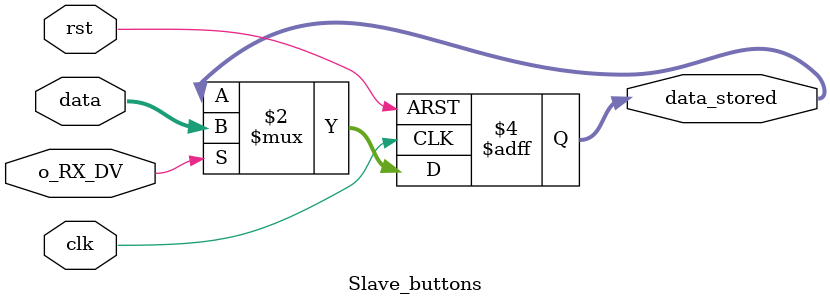
<source format=v>
`timescale 1ns / 1ps


module Slave_buttons(
    input wire clk,rst,
    input wire o_RX_DV,
    input wire [3:0] data,
    output reg [3:0] data_stored //Dato che verrà poi spachettato in {sw_start, restart, window cellar, window manor} e inviato a system core
    );
    
    always@ (posedge  clk, posedge rst)
    if(rst) data_stored <= 4'b0000;
    else if(o_RX_DV) data_stored <= data;
    
endmodule

</source>
